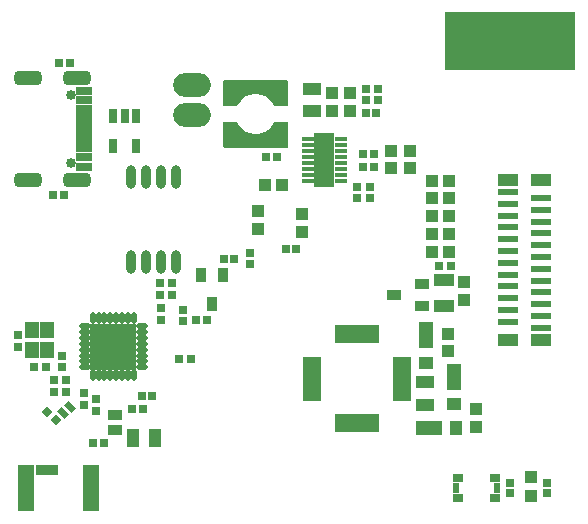
<source format=gts>
G04*
G04 #@! TF.GenerationSoftware,Altium Limited,Altium Designer,23.0.1 (38)*
G04*
G04 Layer_Color=8388736*
%FSLAX44Y44*%
%MOMM*%
G71*
G04*
G04 #@! TF.SameCoordinates,0AFBA319-1D89-4476-99D9-65EBA46B05F3*
G04*
G04*
G04 #@! TF.FilePolarity,Negative*
G04*
G01*
G75*
%ADD56R,11.0000X5.0000*%
%ADD57R,1.7032X1.0032*%
%ADD58R,1.7032X0.6032*%
%ADD59R,1.0032X1.0032*%
%ADD60R,0.7532X0.7532*%
%ADD61R,0.7532X0.7532*%
%ADD62R,1.1532X0.8532*%
%ADD63R,0.7032X0.7032*%
%ADD64R,0.8532X1.1532*%
%ADD65R,0.7032X0.7032*%
%ADD66R,1.2032X1.4032*%
%ADD67R,1.1032X1.5032*%
%ADD68R,1.2192X0.8382*%
%ADD69P,0.9945X4X360.0*%
%ADD70R,1.3532X4.0032*%
%ADD71R,1.8532X0.9532*%
%ADD72R,0.8532X0.8032*%
%ADD73R,0.5532X0.9032*%
%ADD74R,1.3032X1.0032*%
%ADD75R,1.3032X2.2032*%
%ADD76R,1.5032X1.1032*%
%ADD77R,1.0032X1.3032*%
%ADD78R,2.2032X1.3032*%
%ADD79R,1.6032X3.8032*%
%ADD80R,3.8032X1.6032*%
%ADD81R,1.6532X1.1032*%
%ADD82R,1.0032X1.0032*%
%ADD83R,1.1032X0.4532*%
%ADD84R,1.6932X4.6032*%
%ADD85O,0.8032X2.0032*%
%ADD86R,0.8032X1.3032*%
%ADD87R,1.3532X0.8032*%
%ADD88R,1.3532X0.5032*%
G04:AMPARAMS|DCode=89|XSize=0.5588mm|YSize=0.8636mm|CornerRadius=0mm|HoleSize=0mm|Usage=FLASHONLY|Rotation=225.000|XOffset=0mm|YOffset=0mm|HoleType=Round|Shape=Rectangle|*
%AMROTATEDRECTD89*
4,1,4,-0.1078,0.5029,0.5029,-0.1078,0.1078,-0.5029,-0.5029,0.1078,-0.1078,0.5029,0.0*
%
%ADD89ROTATEDRECTD89*%

%ADD90R,3.9032X3.9032*%
%ADD91O,1.0032X0.4532*%
%ADD92O,0.4532X1.0032*%
%ADD93O,3.2032X2.0032*%
G04:AMPARAMS|DCode=94|XSize=1.2032mm|YSize=2.3032mm|CornerRadius=0.3516mm|HoleSize=0mm|Usage=FLASHONLY|Rotation=270.000|XOffset=0mm|YOffset=0mm|HoleType=Round|Shape=RoundedRectangle|*
%AMROUNDEDRECTD94*
21,1,1.2032,1.6000,0,0,270.0*
21,1,0.5000,2.3032,0,0,270.0*
1,1,0.7032,-0.8000,-0.2500*
1,1,0.7032,-0.8000,0.2500*
1,1,0.7032,0.8000,0.2500*
1,1,0.7032,0.8000,-0.2500*
%
%ADD94ROUNDEDRECTD94*%
%ADD95C,0.8532*%
G36*
X205660Y367022D02*
X205683Y367022D01*
X205725Y367018D01*
X205769Y367015D01*
X205792Y367010D01*
X205815Y367007D01*
X205856Y366997D01*
X205899Y366989D01*
X205922Y366981D01*
X205945Y366975D01*
X205984Y366960D01*
X206025Y366946D01*
X206047Y366935D01*
X206069Y366927D01*
X206106Y366906D01*
X206145Y366887D01*
X206165Y366874D01*
X206185Y366862D01*
X206219Y366837D01*
X206256Y366813D01*
X206273Y366797D01*
X206292Y366783D01*
X206323Y366754D01*
X206356Y366725D01*
X206371Y366707D01*
X206388Y366691D01*
X206415Y366658D01*
X206444Y366625D01*
X206457Y366605D01*
X206471Y366587D01*
X206493Y366550D01*
X206511Y366525D01*
X206518Y366514D01*
X206528Y366493D01*
X206540Y366473D01*
X207292Y365018D01*
X209179Y362373D01*
X211515Y360150D01*
X214228Y358409D01*
X217221Y357212D01*
X220387Y356602D01*
X223611Y356602D01*
X226777Y357211D01*
X229771Y358408D01*
X232484Y360149D01*
X234819Y362372D01*
X236706Y365016D01*
X237459Y366471D01*
X237467Y366485D01*
X237474Y366499D01*
X237501Y366541D01*
X237528Y366585D01*
X237538Y366598D01*
X237547Y366611D01*
X237579Y366649D01*
X237611Y366689D01*
X237622Y366700D01*
X237633Y366712D01*
X237670Y366746D01*
X237707Y366782D01*
X237720Y366791D01*
X237732Y366802D01*
X237773Y366830D01*
X237814Y366861D01*
X237828Y366868D01*
X237841Y366877D01*
X237886Y366900D01*
X237931Y366925D01*
X237946Y366931D01*
X237960Y366938D01*
X238007Y366955D01*
X238055Y366974D01*
X238070Y366978D01*
X238085Y366983D01*
X238134Y366993D01*
X238184Y367006D01*
X238200Y367007D01*
X238216Y367011D01*
X238265Y367015D01*
X238316Y367020D01*
X238332Y367020D01*
X238348Y367021D01*
X238363Y367021D01*
X238364Y367021D01*
X248500D01*
X248633Y367012D01*
X248764Y366986D01*
X248890Y366943D01*
X249009Y366884D01*
X249120Y366810D01*
X249220Y366722D01*
X249308Y366622D01*
X249382Y366512D01*
X249441Y366392D01*
X249484Y366266D01*
X249510Y366135D01*
X249518Y366003D01*
Y346003D01*
X249510Y345870D01*
X249484Y345739D01*
X249441Y345613D01*
X249382Y345493D01*
X249308Y345383D01*
X249220Y345283D01*
X249120Y345195D01*
X249009Y345121D01*
X248890Y345062D01*
X248764Y345019D01*
X248633Y344993D01*
X248500Y344984D01*
X195500D01*
X195367Y344993D01*
X195236Y345019D01*
X195110Y345062D01*
X194991Y345121D01*
X194880Y345195D01*
X194780Y345283D01*
X194692Y345383D01*
X194618Y345493D01*
X194559Y345613D01*
X194517Y345739D01*
X194491Y345870D01*
X194482Y346003D01*
Y366003D01*
X194491Y366135D01*
X194517Y366266D01*
X194559Y366392D01*
X194618Y366512D01*
X194692Y366622D01*
X194780Y366722D01*
X194783Y366725D01*
X194883Y366813D01*
X194993Y366887D01*
X195113Y366946D01*
X195239Y366989D01*
X195370Y367015D01*
X195503Y367023D01*
X205636D01*
X205660Y367022D01*
D02*
G37*
G36*
X248633Y402012D02*
X248764Y401986D01*
X248890Y401943D01*
X249009Y401884D01*
X249120Y401810D01*
X249220Y401722D01*
X249308Y401622D01*
X249382Y401512D01*
X249441Y401392D01*
X249484Y401266D01*
X249510Y401135D01*
X249518Y401003D01*
Y381003D01*
X249510Y380870D01*
X249484Y380739D01*
X249441Y380613D01*
X249382Y380493D01*
X249308Y380383D01*
X249220Y380283D01*
X249217Y380280D01*
X249117Y380192D01*
X249006Y380118D01*
X248887Y380059D01*
X248761Y380016D01*
X248630Y379990D01*
X248497Y379982D01*
X238364D01*
X238341Y379983D01*
X238317Y379983D01*
X238274Y379988D01*
X238231Y379990D01*
X238208Y379995D01*
X238185Y379998D01*
X238143Y380008D01*
X238101Y380016D01*
X238078Y380024D01*
X238055Y380030D01*
X238015Y380045D01*
X237975Y380059D01*
X237953Y380070D01*
X237931Y380078D01*
X237894Y380099D01*
X237855Y380118D01*
X237836Y380131D01*
X237815Y380143D01*
X237780Y380168D01*
X237744Y380192D01*
X237727Y380208D01*
X237708Y380222D01*
X237676Y380252D01*
X237644Y380280D01*
X237642Y380283D01*
X237629Y380298D01*
X237612Y380314D01*
X237585Y380348D01*
X237556Y380380D01*
X237543Y380400D01*
X237529Y380418D01*
X237506Y380455D01*
X237482Y380491D01*
X237472Y380512D01*
X237460Y380532D01*
X236707Y381987D01*
X234820Y384632D01*
X232485Y386855D01*
X229772Y388596D01*
X226779Y389793D01*
X223613Y390403D01*
X220389Y390403D01*
X217223Y389794D01*
X214229Y388597D01*
X211516Y386856D01*
X209181Y384633D01*
X207293Y381989D01*
X206541Y380534D01*
X206525Y380507D01*
X206511Y380480D01*
X206491Y380451D01*
X206472Y380420D01*
X206453Y380396D01*
X206435Y380370D01*
X206411Y380344D01*
X206389Y380316D01*
X206367Y380294D01*
X206346Y380271D01*
X206319Y380248D01*
X206293Y380224D01*
X206268Y380205D01*
X206244Y380185D01*
X206215Y380166D01*
X206186Y380144D01*
X206158Y380129D01*
X206132Y380112D01*
X206101Y380097D01*
X206069Y380080D01*
X206040Y380069D01*
X206012Y380055D01*
X205979Y380045D01*
X205945Y380031D01*
X205915Y380024D01*
X205885Y380014D01*
X205851Y380008D01*
X205816Y379999D01*
X205785Y379996D01*
X205754Y379990D01*
X205719Y379989D01*
X205684Y379985D01*
X205652Y379985D01*
X205621Y379984D01*
X205612Y379984D01*
X195500D01*
X195367Y379993D01*
X195236Y380019D01*
X195110Y380062D01*
X194991Y380121D01*
X194880Y380195D01*
X194780Y380283D01*
X194692Y380383D01*
X194618Y380493D01*
X194559Y380613D01*
X194517Y380739D01*
X194491Y380870D01*
X194482Y381003D01*
Y401003D01*
X194491Y401135D01*
X194517Y401266D01*
X194559Y401392D01*
X194618Y401512D01*
X194692Y401622D01*
X194780Y401722D01*
X194880Y401810D01*
X194991Y401884D01*
X195110Y401943D01*
X195236Y401986D01*
X195367Y402012D01*
X195500Y402021D01*
X248500D01*
X248633Y402012D01*
D02*
G37*
D56*
X437000Y435000D02*
D03*
D57*
X464000Y317500D02*
D03*
X436000D02*
D03*
X464000Y182500D02*
D03*
X436000D02*
D03*
D58*
Y287500D02*
D03*
X464000Y282500D02*
D03*
X436000Y267500D02*
D03*
X464000Y262500D02*
D03*
Y242500D02*
D03*
X436000Y247500D02*
D03*
X464000Y222500D02*
D03*
X436000Y227500D02*
D03*
X464000Y212500D02*
D03*
X436000Y217500D02*
D03*
X464000Y192500D02*
D03*
X436000Y197500D02*
D03*
X464000Y202500D02*
D03*
X436000Y207500D02*
D03*
Y237500D02*
D03*
X464000Y232500D02*
D03*
X436000Y257500D02*
D03*
X464000Y252500D02*
D03*
Y272500D02*
D03*
X436000Y277500D02*
D03*
X464000Y292500D02*
D03*
Y302500D02*
D03*
X436000Y297500D02*
D03*
Y307500D02*
D03*
D59*
X224000Y291500D02*
D03*
Y276500D02*
D03*
X260997Y288500D02*
D03*
Y273500D02*
D03*
X455000Y50000D02*
D03*
Y66000D02*
D03*
X398000Y215990D02*
D03*
Y230990D02*
D03*
X385005Y187502D02*
D03*
Y172502D02*
D03*
X408503Y108500D02*
D03*
Y123500D02*
D03*
X302008Y391003D02*
D03*
Y376003D02*
D03*
X287005Y391003D02*
D03*
Y376003D02*
D03*
D60*
X247500Y259000D02*
D03*
X256500D02*
D03*
X195000Y251000D02*
D03*
X204000D02*
D03*
X171500Y198997D02*
D03*
X180500D02*
D03*
X125500Y134497D02*
D03*
X134500D02*
D03*
X117500Y124000D02*
D03*
X126500D02*
D03*
X313000Y328997D02*
D03*
X322000D02*
D03*
X313000Y340000D02*
D03*
X322000D02*
D03*
X239731Y337000D02*
D03*
X230731D02*
D03*
X50500Y305000D02*
D03*
X59500D02*
D03*
X55500Y417000D02*
D03*
X64500D02*
D03*
X315010Y373998D02*
D03*
X324010D02*
D03*
D61*
X217000Y246500D02*
D03*
Y255500D02*
D03*
X160497Y207500D02*
D03*
Y198500D02*
D03*
X58000Y159500D02*
D03*
Y168500D02*
D03*
X469000Y61500D02*
D03*
Y52500D02*
D03*
X437000Y52500D02*
D03*
Y61500D02*
D03*
X315010Y394502D02*
D03*
Y385503D02*
D03*
X319205Y311500D02*
D03*
Y302500D02*
D03*
X308203Y311500D02*
D03*
Y302500D02*
D03*
D62*
X338750Y220502D02*
D03*
X363250Y230002D02*
D03*
Y211003D02*
D03*
D63*
X150999Y230497D02*
D03*
X140999D02*
D03*
X150999Y220495D02*
D03*
X140999D02*
D03*
X167000Y166000D02*
D03*
X157000D02*
D03*
X34232Y159652D02*
D03*
X44232D02*
D03*
X84001Y95001D02*
D03*
X94001D02*
D03*
X377500Y244492D02*
D03*
X387500D02*
D03*
D64*
X185000Y212750D02*
D03*
X175500Y237250D02*
D03*
X194500D02*
D03*
D65*
X141999Y199000D02*
D03*
Y209000D02*
D03*
X20963Y176500D02*
D03*
Y186500D02*
D03*
X51494Y138001D02*
D03*
Y148001D02*
D03*
X61499Y138000D02*
D03*
Y148000D02*
D03*
X76999Y127001D02*
D03*
Y137001D02*
D03*
X325513Y385000D02*
D03*
Y395000D02*
D03*
X86999Y132001D02*
D03*
Y122000D02*
D03*
D66*
X32731Y190651D02*
D03*
X45732D02*
D03*
X32731Y173651D02*
D03*
X45732D02*
D03*
D67*
X117992Y98859D02*
D03*
X136992D02*
D03*
D68*
X103000Y118350D02*
D03*
Y105650D02*
D03*
D69*
X45465Y121536D02*
D03*
X52537Y114465D02*
D03*
D70*
X82250Y56999D02*
D03*
X27750D02*
D03*
D71*
X45750Y72249D02*
D03*
D72*
X393250Y65500D02*
D03*
X424750D02*
D03*
X393250Y48500D02*
D03*
X424750D02*
D03*
D73*
X391750Y57000D02*
D03*
X426250D02*
D03*
D74*
X390000Y127750D02*
D03*
X366502Y162750D02*
D03*
D75*
X390000Y151100D02*
D03*
X366502Y186100D02*
D03*
D76*
X365503Y127500D02*
D03*
Y146500D02*
D03*
X269503Y376003D02*
D03*
Y395003D02*
D03*
D77*
X391753Y107998D02*
D03*
D78*
X368402D02*
D03*
D79*
X269500Y149500D02*
D03*
X345500D02*
D03*
D80*
X307500Y111500D02*
D03*
Y187500D02*
D03*
D81*
X381482Y211224D02*
D03*
Y233224D02*
D03*
D82*
X386000Y256995D02*
D03*
X371001D02*
D03*
X386000Y271998D02*
D03*
X371001D02*
D03*
X386000Y287000D02*
D03*
X371001D02*
D03*
X386000Y302000D02*
D03*
X371001D02*
D03*
X386000Y317000D02*
D03*
X371001D02*
D03*
X353000Y327500D02*
D03*
X337000D02*
D03*
X353000Y342500D02*
D03*
X337000D02*
D03*
X244500Y313000D02*
D03*
X229500D02*
D03*
D83*
X293900Y317000D02*
D03*
Y322000D02*
D03*
Y327000D02*
D03*
Y332000D02*
D03*
Y337000D02*
D03*
Y342000D02*
D03*
Y347000D02*
D03*
Y352000D02*
D03*
X266000Y317000D02*
D03*
Y322000D02*
D03*
Y327000D02*
D03*
Y332000D02*
D03*
Y337000D02*
D03*
Y342000D02*
D03*
Y347000D02*
D03*
Y352000D02*
D03*
D84*
X279950Y334500D02*
D03*
D85*
X116147Y248000D02*
D03*
X128847D02*
D03*
X141547D02*
D03*
X154247D02*
D03*
X116147Y320000D02*
D03*
X128847D02*
D03*
X141547D02*
D03*
X154247D02*
D03*
D86*
X120500Y371500D02*
D03*
X111000D02*
D03*
X101500D02*
D03*
Y346500D02*
D03*
X120500D02*
D03*
D87*
X76750Y385000D02*
D03*
Y337000D02*
D03*
Y329000D02*
D03*
Y393000D02*
D03*
D88*
Y378500D02*
D03*
Y373500D02*
D03*
Y368500D02*
D03*
Y353500D02*
D03*
Y363500D02*
D03*
Y358500D02*
D03*
Y348500D02*
D03*
Y343500D02*
D03*
D89*
X59126Y120126D02*
D03*
X64874Y125874D02*
D03*
D90*
X101500Y176500D02*
D03*
D91*
X77250Y159000D02*
D03*
Y164000D02*
D03*
Y169000D02*
D03*
Y174000D02*
D03*
Y179000D02*
D03*
Y184000D02*
D03*
Y189000D02*
D03*
Y194000D02*
D03*
X125750D02*
D03*
Y189000D02*
D03*
Y184000D02*
D03*
Y179000D02*
D03*
Y174000D02*
D03*
Y169000D02*
D03*
Y164000D02*
D03*
Y159000D02*
D03*
D92*
X84000Y200750D02*
D03*
X89000D02*
D03*
X94000D02*
D03*
X99000D02*
D03*
X104000D02*
D03*
X109000D02*
D03*
X114000D02*
D03*
X119000D02*
D03*
Y152250D02*
D03*
X114000D02*
D03*
X109000D02*
D03*
X104000D02*
D03*
X99000D02*
D03*
X94000D02*
D03*
X89000D02*
D03*
X84000D02*
D03*
D93*
X168000Y398000D02*
D03*
Y372600D02*
D03*
D94*
X71000Y317800D02*
D03*
X29200D02*
D03*
X71000Y404200D02*
D03*
X29200D02*
D03*
D95*
X66000Y389900D02*
D03*
Y332100D02*
D03*
M02*

</source>
